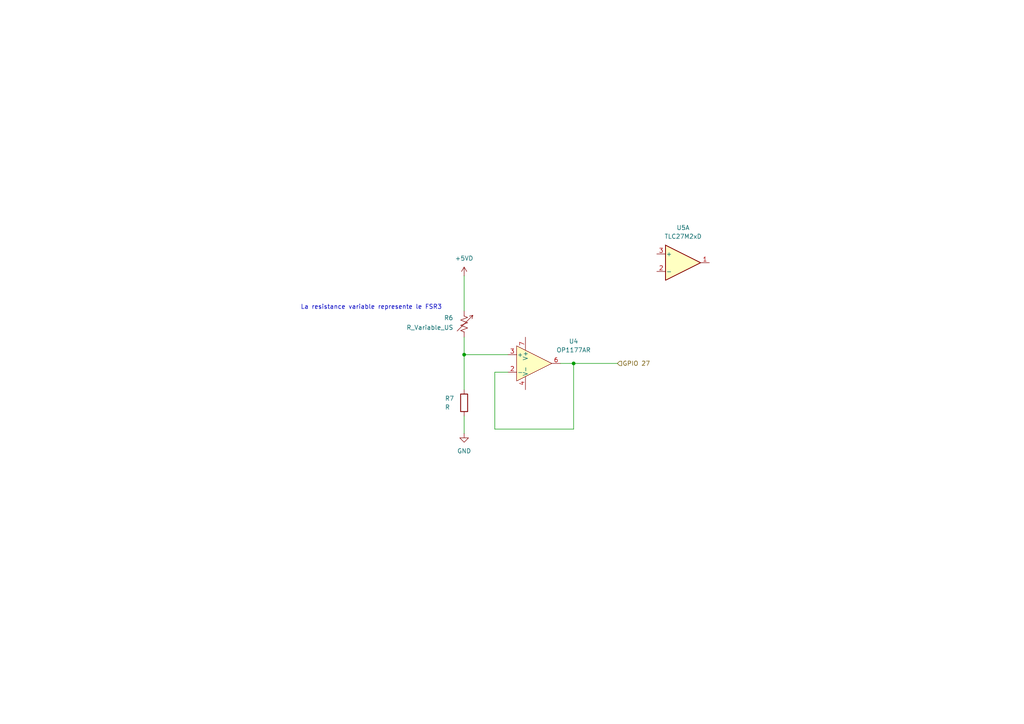
<source format=kicad_sch>
(kicad_sch (version 20250114) (generator "eeschema") (generator_version "9.0")
  (paper "A4")
  (lib_symbols
    (symbol "Amplifier_Operational:OP1177AR" (pin_names (offset 0.127))
      (property "Reference" "U" (at 5.08 5.08 0))
      (property "Value" "OP1177AR" (at 7.62 2.54 0))
      (symbol "OP1177AR_0_1"
        (polyline (pts (xy -5.08 5.08) (xy -5.08 -5.08) (xy 5.08 0) (xy -5.08 5.08)) (fill (type background)))
      )
      (symbol "OP1177AR_1_1"
        (pin input line (at -7.62 2.54 0) (length 2.54) (name "+") (number "3"))
        (pin input line (at -7.62 -2.54 0) (length 2.54) (name "-") (number "2"))
        (pin no_connect line (at -5.08 0 0) (length 3.81) (hide yes) (name "NC") (number "1"))
        (pin power_in line (at -2.54 7.62 270) (length 3.81) (name "V+") (number "7"))
        (pin power_in line (at -2.54 -7.62 90) (length 3.81) (name "V-") (number "4"))
        (pin no_connect line (at 0 2.54 270) (length 3.81) (hide yes) (name "NC") (number "8"))
        (pin no_connect line (at 0 -2.54 90) (length 3.81) (hide yes) (name "NC") (number "5"))
        (pin output line (at 7.62 0 180) (length 2.54) (name "~") (number "6"))
      )
    )
    (symbol "Amplifier_Operational:TLC27M2xD" (pin_names (offset 0.127))
      (property "Reference" "U" (at 0 5.08 0))
      (property "Value" "TLC27M2xD" (at 0 -5.08 0))
      (symbol "TLC27M2xD_1_1"
        (polyline (pts (xy -5.08 5.08) (xy 5.08 0) (xy -5.08 -5.08) (xy -5.08 5.08)) (stroke (width 0.254)) (fill (type background)))
        (pin input line (at -7.62 2.54 0) (length 2.54) (name "+") (number "3"))
        (pin input line (at -7.62 -2.54 0) (length 2.54) (name "-") (number "2"))
        (pin output line (at 7.62 0 180) (length 2.54) (name "~") (number "1"))
      )
      (symbol "TLC27M2xD_2_1"
        (polyline (pts (xy -5.08 5.08) (xy 5.08 0) (xy -5.08 -5.08) (xy -5.08 5.08)) (stroke (width 0.254)) (fill (type background)))
        (pin input line (at -7.62 2.54 0) (length 2.54) (name "+") (number "5"))
        (pin input line (at -7.62 -2.54 0) (length 2.54) (name "-") (number "6"))
        (pin output line (at 7.62 0 180) (length 2.54) (name "~") (number "7"))
      )
      (symbol "TLC27M2xD_3_1"
        (pin power_in line (at -2.54 7.62 270) (length 3.81) (name "V+") (number "8"))
        (pin power_in line (at -2.54 -7.62 90) (length 3.81) (name "V-") (number "4"))
      )
    )
    (symbol "Device:R" (pin_numbers (hide yes)) (pin_names (offset 0))
      (property "Reference" "R" (at 2.032 0 90))
      (property "Value" "R" (at 0 0 90))
      (symbol "R_0_1"
        (rectangle (start -1.016 -2.54) (end 1.016 2.54) (stroke (width 0.254)))
      )
      (symbol "R_1_1"
        (pin passive line (at 0 3.81 270) (length 1.27) (name "~") (number "1"))
        (pin passive line (at 0 -3.81 90) (length 1.27) (name "~") (number "2"))
      )
    )
    (symbol "Device:R_Variable_US" (pin_numbers (hide yes)) (pin_names (offset 0))
      (property "Reference" "R" (at 2.54 -2.54 90))
      (property "Value" "R_Variable_US" (at -2.54 -1.27 90))
      (symbol "R_Variable_US_0_1"
        (polyline (pts (xy 0 2.286) (xy 0 2.54)))
        (polyline (pts (xy 0 2.286) (xy 1.016 1.905) (xy 0 1.524) (xy -1.016 1.143) (xy 0 0.762)) (stroke (width 0.1524)))
        (polyline (pts (xy 0 0.762) (xy 1.016 0.381) (xy 0 0) (xy -1.016 -0.381) (xy 0 -0.762)))
        (polyline (pts (xy 0 -0.762) (xy 1.016 -1.143) (xy 0 -1.524) (xy -1.016 -1.905) (xy 0 -2.286)))
        (polyline (pts (xy 0 -2.286) (xy 0 -2.54)))
        (polyline (pts (xy 2.286 1.524) (xy 2.54 2.54) (xy 1.524 2.286) (xy 2.54 2.54) (xy -2.032 -2.032)) (stroke (width 0.1524)))
      )
      (symbol "R_Variable_US_1_1"
        (pin passive line (at 0 3.81 270) (length 1.27) (name "~") (number "1"))
        (pin passive line (at 0 -3.81 90) (length 1.27) (name "~") (number "2"))
      )
    )
    (symbol "power:+5VD" (power) (pin_numbers (hide yes)) (pin_names (offset 0) (hide yes))
      (property "Value" "+5VD" (at 0 3.556 0))
      (symbol "+5VD_0_1"
        (polyline (pts (xy -0.762 1.27) (xy 0 2.54)))
        (polyline (pts (xy 0 2.54) (xy 0.762 1.27)))
        (polyline (pts (xy 0 0) (xy 0 2.54)))
      )
      (symbol "+5VD_1_1"
        (pin power_in line (at 0 0 90) (length 0) (name "~") (number "1"))
      )
    )
    (symbol "power:GND" (power) (pin_numbers (hide yes)) (pin_names (offset 0) (hide yes))
      (property "Value" "GND" (at 0 -3.81 0))
      (symbol "GND_0_1"
        (polyline (pts (xy 0 0) (xy 0 -1.27) (xy 1.27 -1.27) (xy 0 -2.54) (xy -1.27 -1.27) (xy 0 -1.27)))
      )
      (symbol "GND_1_1"
        (pin power_in line (at 0 0 270) (length 0) (name "~") (number "1"))
      )
    )
  )
  (text "La resistance variable represente le FSR3" (at 107.696 89.154 0) (effects (font (size 1.27 1.27))))
  (junction (at 166.37 105.41))
  (junction (at 134.62 102.87))
  (wire (pts (xy 147.32 107.95) (xy 143.51 107.95)))
  (wire (pts (xy 134.62 80.01) (xy 134.62 90.17)))
  (wire (pts (xy 134.62 102.87) (xy 147.32 102.87)))
  (wire (pts (xy 162.56 105.41) (xy 166.37 105.41)))
  (wire (pts (xy 134.62 120.65) (xy 134.62 125.73)))
  (wire (pts (xy 166.37 105.41) (xy 179.07 105.41)))
  (wire (pts (xy 143.51 107.95) (xy 143.51 124.46)))
  (wire (pts (xy 134.62 102.87) (xy 134.62 113.03)))
  (wire (pts (xy 143.51 124.46) (xy 166.37 124.46)))
  (wire (pts (xy 134.62 97.79) (xy 134.62 102.87)))
  (wire (pts (xy 166.37 124.46) (xy 166.37 105.41)))
  (hierarchical_label "GPIO 27" (shape input) (at 179.07 105.41 0))
  (symbol (lib_id "Amplifier_Operational:TLC27M2xD") (at 198.12 76.2 0) (unit 1)
    (property "Reference" "U5" (at 198.12 66.04 0))
    (property "Value" "TLC27M2xD" (at 198.12 68.58 0))
    (property "Footprint" "Package_SO:SOIC-8_3.9x4.9mm_P1.27mm" (effects (hide yes)))
    (property "Datasheet" "https://www.ti.com/lit/ds/symlink/tlc27m2.pdf" (effects (hide yes)))
    (property "Description" "LinCMOS Precision Dual Operational Amplifiers, VIO_max = 10mV (at 25°C), VDD = 3..16V (C suffix) / VDD = 4..16V (I / M suffix), 525kHz unity-gain bandwidth (VDD = 5V, TA = 25°C), SOIC-8 (150 mil)" (effects (hide yes)))
  )
  (symbol (lib_id "Device:R_Variable_US") (at 134.62 93.98 0) (unit 1)
    (property "Reference" "R6" (at 128.778 92.202 0) (effects (justify left)))
    (property "Value" "R_Variable_US" (at 117.856 94.996 0) (effects (justify left)))
    (property "Description" "Variable resistor, US symbol" (effects (hide yes)))
  )
  (symbol (lib_id "Device:R") (at 134.62 116.84 0) (unit 1)
    (property "Reference" "R7" (at 129.032 115.57 0) (effects (justify left)))
    (property "Value" "R" (at 129.032 118.11 0) (effects (justify left)))
    (property "Description" "Resistor" (effects (hide yes)))
  )
  (symbol (lib_id "Amplifier_Operational:OP1177AR") (at 154.94 105.41 0) (unit 1)
    (property "Reference" "U4" (at 166.37 98.9898 0))
    (property "Value" "OP1177AR" (at 166.37 101.5298 0))
    (property "Footprint" "Package_SO:SOIC-8_3.9x4.9mm_P1.27mm" (effects (hide yes)))
    (property "Datasheet" "https://www.analog.com/media/en/technical-documentation/data-sheets/OP1177_2177_4177.pdf" (effects (hide yes)))
    (property "Description" "Precision Low Noise, Low Input Bias Current Operational Amplifier, SOIC-8" (effects (hide yes)))
  )
  (symbol (lib_id "power:+5VD") (at 134.62 80.01 0) (unit 1)
    (property "Reference" "#PWR017" (effects (hide yes)))
    (property "Value" "+5VD" (at 134.62 74.93 0))
    (property "Description" "Power symbol creates a global label with name \"+5VD\"" (effects (hide yes)))
  )
  (symbol (lib_id "power:GND") (at 134.62 125.73 0) (unit 1)
    (property "Reference" "#PWR018" (effects (hide yes)))
    (property "Value" "GND" (at 134.62 130.81 0))
    (property "Description" "Power symbol creates a global label with name \"GND\" , ground" (effects (hide yes)))
  )
)
</source>
